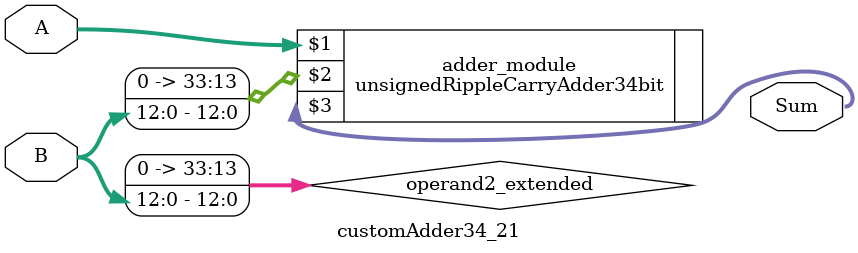
<source format=v>
module customAdder34_21(
                        input [33 : 0] A,
                        input [12 : 0] B,
                        
                        output [34 : 0] Sum
                );

        wire [33 : 0] operand2_extended;
        
        assign operand2_extended =  {21'b0, B};
        
        unsignedRippleCarryAdder34bit adder_module(
            A,
            operand2_extended,
            Sum
        );
        
        endmodule
        
</source>
